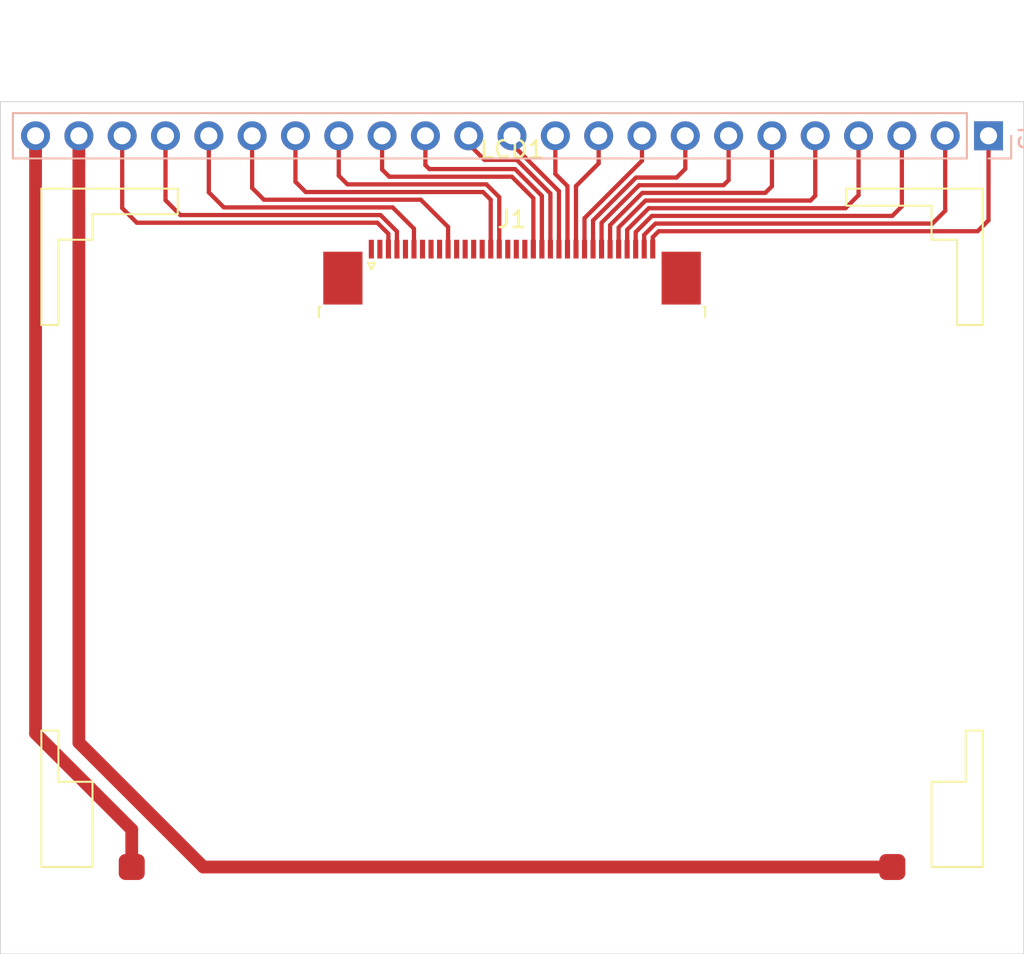
<source format=kicad_pcb>
(kicad_pcb (version 20171130) (host pcbnew "(5.1.6)-1")

  (general
    (thickness 1.6)
    (drawings 28)
    (tracks 104)
    (zones 0)
    (modules 3)
    (nets 37)
  )

  (page A4)
  (layers
    (0 F.Cu signal)
    (31 B.Cu signal hide)
    (32 B.Adhes user hide)
    (33 F.Adhes user hide)
    (34 B.Paste user hide)
    (35 F.Paste user hide)
    (36 B.SilkS user hide)
    (37 F.SilkS user hide)
    (38 B.Mask user hide)
    (39 F.Mask user hide)
    (40 Dwgs.User user)
    (41 Cmts.User user hide)
    (42 Eco1.User user hide)
    (43 Eco2.User user hide)
    (44 Edge.Cuts user)
    (45 Margin user hide)
    (46 B.CrtYd user hide)
    (47 F.CrtYd user hide)
    (48 B.Fab user hide)
    (49 F.Fab user hide)
  )

  (setup
    (last_trace_width 0.25)
    (user_trace_width 0.75)
    (trace_clearance 0.2)
    (zone_clearance 0.508)
    (zone_45_only no)
    (trace_min 0.2)
    (via_size 0.8)
    (via_drill 0.4)
    (via_min_size 0.4)
    (via_min_drill 0.3)
    (uvia_size 0.3)
    (uvia_drill 0.1)
    (uvias_allowed no)
    (uvia_min_size 0.2)
    (uvia_min_drill 0.1)
    (edge_width 0.05)
    (segment_width 0.2)
    (pcb_text_width 0.3)
    (pcb_text_size 1.5 1.5)
    (mod_edge_width 0.12)
    (mod_text_size 1 1)
    (mod_text_width 0.15)
    (pad_size 1.524 1.524)
    (pad_drill 0.762)
    (pad_to_mask_clearance 0.05)
    (aux_axis_origin 0 0)
    (grid_origin 174.66 73.475)
    (visible_elements 7FFFFFFF)
    (pcbplotparams
      (layerselection 0x010a0_7fffffff)
      (usegerberextensions false)
      (usegerberattributes true)
      (usegerberadvancedattributes true)
      (creategerberjobfile true)
      (excludeedgelayer true)
      (linewidth 0.100000)
      (plotframeref false)
      (viasonmask false)
      (mode 1)
      (useauxorigin false)
      (hpglpennumber 1)
      (hpglpenspeed 20)
      (hpglpendiameter 15.000000)
      (psnegative false)
      (psa4output false)
      (plotreference true)
      (plotvalue true)
      (plotinvisibletext false)
      (padsonsilk false)
      (subtractmaskfromsilk true)
      (outputformat 1)
      (mirror false)
      (drillshape 0)
      (scaleselection 1)
      (outputdirectory "../produkcja/gerber/"))
  )

  (net 0 "")
  (net 1 /CS_1)
  (net 2 /RST)
  (net 3 /A_0)
  (net 4 /WR)
  (net 5 /RD)
  (net 6 /D_0)
  (net 7 /D_1)
  (net 8 /D_2)
  (net 9 /D_3)
  (net 10 /D_4)
  (net 11 /D_5)
  (net 12 /D_6)
  (net 13 /D_7)
  (net 14 /VDD)
  (net 15 /VSS)
  (net 16 "Net-(J1-Pad19)")
  (net 17 "Net-(J1-Pad18)")
  (net 18 "Net-(J1-Pad17)")
  (net 19 /V_0)
  (net 20 /XV_0)
  (net 21 "Net-(J1-Pad14)")
  (net 22 "Net-(J1-Pad13)")
  (net 23 "Net-(J1-Pad12)")
  (net 24 "Net-(J1-Pad11)")
  (net 25 /VM)
  (net 26 "Net-(J1-Pad9)")
  (net 27 "Net-(J1-Pad8)")
  (net 28 "Net-(J1-Pad7)")
  (net 29 /VG)
  (net 30 "Net-(J1-Pad5)")
  (net 31 /C86)
  (net 32 /P_S)
  (net 33 "Net-(J1-Pad2)")
  (net 34 "Net-(J1-Pad1)")
  (net 35 /K)
  (net 36 /A)

  (net_class Default "This is the default net class."
    (clearance 0.2)
    (trace_width 0.25)
    (via_dia 0.8)
    (via_drill 0.4)
    (uvia_dia 0.3)
    (uvia_drill 0.1)
    (add_net /A)
    (add_net /A_0)
    (add_net /C86)
    (add_net /CS_1)
    (add_net /D_0)
    (add_net /D_1)
    (add_net /D_2)
    (add_net /D_3)
    (add_net /D_4)
    (add_net /D_5)
    (add_net /D_6)
    (add_net /D_7)
    (add_net /K)
    (add_net /P_S)
    (add_net /RD)
    (add_net /RST)
    (add_net /VDD)
    (add_net /VG)
    (add_net /VM)
    (add_net /VSS)
    (add_net /V_0)
    (add_net /WR)
    (add_net /XV_0)
    (add_net "Net-(J1-Pad1)")
    (add_net "Net-(J1-Pad11)")
    (add_net "Net-(J1-Pad12)")
    (add_net "Net-(J1-Pad13)")
    (add_net "Net-(J1-Pad14)")
    (add_net "Net-(J1-Pad17)")
    (add_net "Net-(J1-Pad18)")
    (add_net "Net-(J1-Pad19)")
    (add_net "Net-(J1-Pad2)")
    (add_net "Net-(J1-Pad5)")
    (add_net "Net-(J1-Pad7)")
    (add_net "Net-(J1-Pad8)")
    (add_net "Net-(J1-Pad9)")
  )

  (module Connector_PinHeader_2.54mm:PinHeader_1x23_P2.54mm_Vertical (layer B.Cu) (tedit 59FED5CC) (tstamp 5FBBD282)
    (at 174.66 73.475 90)
    (descr "Through hole straight pin header, 1x23, 2.54mm pitch, single row")
    (tags "Through hole pin header THT 1x23 2.54mm single row")
    (path /5FBB82D1)
    (fp_text reference J2 (at 0 2.33 -90) (layer B.SilkS)
      (effects (font (size 1 1) (thickness 0.15)) (justify mirror))
    )
    (fp_text value Conn_01x23 (at 0 -58.21 -90) (layer B.Fab)
      (effects (font (size 1 1) (thickness 0.15)) (justify mirror))
    )
    (fp_line (start -0.635 1.27) (end 1.27 1.27) (layer B.Fab) (width 0.1))
    (fp_line (start 1.27 1.27) (end 1.27 -57.15) (layer B.Fab) (width 0.1))
    (fp_line (start 1.27 -57.15) (end -1.27 -57.15) (layer B.Fab) (width 0.1))
    (fp_line (start -1.27 -57.15) (end -1.27 0.635) (layer B.Fab) (width 0.1))
    (fp_line (start -1.27 0.635) (end -0.635 1.27) (layer B.Fab) (width 0.1))
    (fp_line (start -1.33 -57.21) (end 1.33 -57.21) (layer B.SilkS) (width 0.12))
    (fp_line (start -1.33 -1.27) (end -1.33 -57.21) (layer B.SilkS) (width 0.12))
    (fp_line (start 1.33 -1.27) (end 1.33 -57.21) (layer B.SilkS) (width 0.12))
    (fp_line (start -1.33 -1.27) (end 1.33 -1.27) (layer B.SilkS) (width 0.12))
    (fp_line (start -1.33 0) (end -1.33 1.33) (layer B.SilkS) (width 0.12))
    (fp_line (start -1.33 1.33) (end 0 1.33) (layer B.SilkS) (width 0.12))
    (fp_line (start -1.8 1.8) (end -1.8 -57.65) (layer B.CrtYd) (width 0.05))
    (fp_line (start -1.8 -57.65) (end 1.8 -57.65) (layer B.CrtYd) (width 0.05))
    (fp_line (start 1.8 -57.65) (end 1.8 1.8) (layer B.CrtYd) (width 0.05))
    (fp_line (start 1.8 1.8) (end -1.8 1.8) (layer B.CrtYd) (width 0.05))
    (fp_text user %R (at 0 -27.94) (layer B.Fab)
      (effects (font (size 1 1) (thickness 0.15)) (justify mirror))
    )
    (pad 23 thru_hole oval (at 0 -55.88 90) (size 1.7 1.7) (drill 1) (layers *.Cu *.Mask)
      (net 35 /K))
    (pad 22 thru_hole oval (at 0 -53.34 90) (size 1.7 1.7) (drill 1) (layers *.Cu *.Mask)
      (net 36 /A))
    (pad 21 thru_hole oval (at 0 -50.8 90) (size 1.7 1.7) (drill 1) (layers *.Cu *.Mask)
      (net 32 /P_S))
    (pad 20 thru_hole oval (at 0 -48.26 90) (size 1.7 1.7) (drill 1) (layers *.Cu *.Mask)
      (net 31 /C86))
    (pad 19 thru_hole oval (at 0 -45.72 90) (size 1.7 1.7) (drill 1) (layers *.Cu *.Mask)
      (net 29 /VG))
    (pad 18 thru_hole oval (at 0 -43.18 90) (size 1.7 1.7) (drill 1) (layers *.Cu *.Mask)
      (net 25 /VM))
    (pad 17 thru_hole oval (at 0 -40.64 90) (size 1.7 1.7) (drill 1) (layers *.Cu *.Mask)
      (net 20 /XV_0))
    (pad 16 thru_hole oval (at 0 -38.1 90) (size 1.7 1.7) (drill 1) (layers *.Cu *.Mask)
      (net 19 /V_0))
    (pad 15 thru_hole oval (at 0 -35.56 90) (size 1.7 1.7) (drill 1) (layers *.Cu *.Mask)
      (net 15 /VSS))
    (pad 14 thru_hole oval (at 0 -33.02 90) (size 1.7 1.7) (drill 1) (layers *.Cu *.Mask)
      (net 14 /VDD))
    (pad 13 thru_hole oval (at 0 -30.48 90) (size 1.7 1.7) (drill 1) (layers *.Cu *.Mask)
      (net 13 /D_7))
    (pad 12 thru_hole oval (at 0 -27.94 90) (size 1.7 1.7) (drill 1) (layers *.Cu *.Mask)
      (net 12 /D_6))
    (pad 11 thru_hole oval (at 0 -25.4 90) (size 1.7 1.7) (drill 1) (layers *.Cu *.Mask)
      (net 11 /D_5))
    (pad 10 thru_hole oval (at 0 -22.86 90) (size 1.7 1.7) (drill 1) (layers *.Cu *.Mask)
      (net 10 /D_4))
    (pad 9 thru_hole oval (at 0 -20.32 90) (size 1.7 1.7) (drill 1) (layers *.Cu *.Mask)
      (net 9 /D_3))
    (pad 8 thru_hole oval (at 0 -17.78 90) (size 1.7 1.7) (drill 1) (layers *.Cu *.Mask)
      (net 8 /D_2))
    (pad 7 thru_hole oval (at 0 -15.24 90) (size 1.7 1.7) (drill 1) (layers *.Cu *.Mask)
      (net 7 /D_1))
    (pad 6 thru_hole oval (at 0 -12.7 90) (size 1.7 1.7) (drill 1) (layers *.Cu *.Mask)
      (net 6 /D_0))
    (pad 5 thru_hole oval (at 0 -10.16 90) (size 1.7 1.7) (drill 1) (layers *.Cu *.Mask)
      (net 5 /RD))
    (pad 4 thru_hole oval (at 0 -7.62 90) (size 1.7 1.7) (drill 1) (layers *.Cu *.Mask)
      (net 4 /WR))
    (pad 3 thru_hole oval (at 0 -5.08 90) (size 1.7 1.7) (drill 1) (layers *.Cu *.Mask)
      (net 3 /A_0))
    (pad 2 thru_hole oval (at 0 -2.54 90) (size 1.7 1.7) (drill 1) (layers *.Cu *.Mask)
      (net 2 /RST))
    (pad 1 thru_hole rect (at 0 0 90) (size 1.7 1.7) (drill 1) (layers *.Cu *.Mask)
      (net 1 /CS_1))
    (model ${KISYS3DMOD}/Connector_PinHeader_2.54mm.3dshapes/PinHeader_1x23_P2.54mm_Vertical.wrl
      (at (xyz 0 0 0))
      (scale (xyz 1 1 1))
      (rotate (xyz 0 0 0))
    )
  )

  (module eMKa_MODULES:LCD_PE12864WRF-055-H-Q (layer F.Cu) (tedit 5F28F8B9) (tstamp 5FBB74EC)
    (at 146.72 96.475)
    (path /5F5E2F3B)
    (fp_text reference LCD1 (at 0 -22.2) (layer F.SilkS)
      (effects (font (size 1 1) (thickness 0.15)))
    )
    (fp_text value lcd_module (at 0 -20.9) (layer F.Fab)
      (effects (font (size 1 1) (thickness 0.15)))
    )
    (fp_line (start 27.6 11.9) (end 27.6 19.9) (layer F.SilkS) (width 0.12))
    (fp_line (start 27.6 -19.9) (end 27.6 -11.9) (layer F.SilkS) (width 0.12))
    (fp_line (start 19.6 -19.9) (end 27.6 -19.9) (layer F.SilkS) (width 0.12))
    (fp_line (start -27.6 -19.9) (end -27.6 -11.9) (layer F.SilkS) (width 0.12))
    (fp_line (start -27.6 11.9) (end -27.6 19.9) (layer F.SilkS) (width 0.12))
    (fp_line (start -27.6 -19.9) (end -19.6 -19.9) (layer F.SilkS) (width 0.12))
    (fp_line (start 24.6 19.9) (end 27.6 19.9) (layer F.SilkS) (width 0.12))
    (fp_line (start 26.6 14.9) (end 24.6 14.9) (layer F.SilkS) (width 0.12))
    (fp_line (start 26.6 14.9) (end 26.6 11.9) (layer F.SilkS) (width 0.12))
    (fp_line (start 27.6 11.9) (end 26.6 11.9) (layer F.SilkS) (width 0.12))
    (fp_line (start 24.6 19.9) (end 24.6 14.9) (layer F.SilkS) (width 0.12))
    (fp_line (start -26.6 11.9) (end -27.6 11.9) (layer F.SilkS) (width 0.12))
    (fp_line (start -26.6 14.9) (end -26.6 11.9) (layer F.SilkS) (width 0.12))
    (fp_line (start -24.6 14.9) (end -26.6 14.9) (layer F.SilkS) (width 0.12))
    (fp_line (start -24.6 19.9) (end -24.6 14.9) (layer F.SilkS) (width 0.12))
    (fp_line (start -27.6 19.9) (end -24.6 19.9) (layer F.SilkS) (width 0.12))
    (fp_line (start 19.6 -18.9) (end 24.6 -18.9) (layer F.SilkS) (width 0.12))
    (fp_line (start 19.6 -19.9) (end 19.6 -18.9) (layer F.SilkS) (width 0.12))
    (fp_line (start 24.6 -18.9) (end 24.6 -16.9) (layer F.SilkS) (width 0.12))
    (fp_line (start 26.1 -16.9) (end 26.1 -11.9) (layer F.SilkS) (width 0.12))
    (fp_line (start 26.1 -11.9) (end 27.6 -11.9) (layer F.SilkS) (width 0.12))
    (fp_line (start 24.6 -16.9) (end 26.1 -16.9) (layer F.SilkS) (width 0.12))
    (fp_line (start -19.6 -18.4) (end -19.6 -19.9) (layer F.SilkS) (width 0.12))
    (fp_line (start -24.6 -18.4) (end -19.6 -18.4) (layer F.SilkS) (width 0.12))
    (fp_line (start -24.6 -16.9) (end -24.6 -18.4) (layer F.SilkS) (width 0.12))
    (fp_line (start -26.6 -16.9) (end -24.6 -16.9) (layer F.SilkS) (width 0.12))
    (fp_line (start -26.6 -11.9) (end -26.6 -16.9) (layer F.SilkS) (width 0.12))
    (fp_line (start -27.6 -11.9) (end -26.6 -11.9) (layer F.SilkS) (width 0.12))
    (fp_line (start -27.8 20.1) (end -27.8 -20.1) (layer F.CrtYd) (width 0.12))
    (fp_line (start 27.8 20.1) (end -27.8 20.1) (layer F.CrtYd) (width 0.12))
    (fp_line (start 27.8 -20.1) (end 27.8 20.1) (layer F.CrtYd) (width 0.12))
    (fp_line (start -27.8 -20.1) (end 27.8 -20.1) (layer F.CrtYd) (width 0.12))
    (fp_line (start 27.6 -19.9) (end -27.6 19.9) (layer Eco1.User) (width 0.12))
    (fp_line (start -27.6 -19.9) (end 27.6 19.9) (layer Eco1.User) (width 0.12))
    (fp_line (start -22.3 19.4) (end -22.3 20.4) (layer Eco2.User) (width 0.12))
    (fp_line (start 22.3 19.4) (end 22.3 20.4) (layer Eco2.User) (width 0.12))
    (pad 1 smd roundrect (at -22.3 19.9) (size 1.524 1.524) (layers F.Cu F.Paste F.Mask) (roundrect_rratio 0.25)
      (net 35 /K))
    (pad 2 smd roundrect (at 22.3 19.9) (size 1.524 1.524) (layers F.Cu F.Paste F.Mask) (roundrect_rratio 0.25)
      (net 36 /A))
    (pad "" np_thru_hole circle (at -26.6 17.5) (size 1 1) (drill 1) (layers *.Cu *.Mask))
    (pad "" np_thru_hole circle (at 26.6 17.5) (size 1 1) (drill 1) (layers *.Cu *.Mask))
    (pad "" np_thru_hole circle (at 26.6 -18.4) (size 1 1) (drill 1) (layers *.Cu *.Mask))
    (pad "" np_thru_hole circle (at -26.6 -18.4) (size 1 1) (drill 1) (layers *.Cu *.Mask))
    (model ${EMKA_LIB}/FootPrinty/3d_models/PE12864WRF_055_H_Q_fp/PE12864WRF_055_H_Q_fp.wrl
      (at (xyz 0 0 0))
      (scale (xyz 1 1 1))
      (rotate (xyz 0 0 0))
    )
  )

  (module Connector_FFC-FPC:TE_3-1734839-4_1x34-1MP_P0.5mm_Horizontal (layer F.Cu) (tedit 5DB5C65C) (tstamp 5FBB74BE)
    (at 146.72 81.475)
    (descr "TE FPC connector, 34 top-side contacts, 0.5mm pitch, SMT, https://www.te.com/commerce/DocumentDelivery/DDEController?Action=showdoc&DocId=Customer+Drawing%7F1734839%7FC%7Fpdf%7FEnglish%7FENG_CD_1734839_C_C_1734839.pdf%7F4-1734839-0")
    (tags "te fpc 1734839")
    (path /5ED493C7)
    (attr smd)
    (fp_text reference J1 (at 0 -3.1) (layer F.SilkS)
      (effects (font (size 1 1) (thickness 0.15)))
    )
    (fp_text value Conn_01x34 (at 0 3.25) (layer Dwgs.User)
      (effects (font (size 0.5 0.5) (thickness 0.08)))
    )
    (fp_line (start -10.56 -0.65) (end 10.56 -0.65) (layer F.Fab) (width 0.1))
    (fp_line (start 10.56 -0.65) (end 10.56 2.15) (layer F.Fab) (width 0.1))
    (fp_line (start 10.56 2.15) (end 11.215 2.15) (layer F.Fab) (width 0.1))
    (fp_line (start 11.215 2.15) (end 11.215 3.75) (layer F.Fab) (width 0.1))
    (fp_line (start 11.215 3.75) (end -11.215 3.75) (layer F.Fab) (width 0.1))
    (fp_line (start -11.215 3.75) (end -11.215 2.15) (layer F.Fab) (width 0.1))
    (fp_line (start -11.215 2.15) (end -10.56 2.15) (layer F.Fab) (width 0.1))
    (fp_line (start -10.56 2.15) (end -10.56 -0.65) (layer F.Fab) (width 0.1))
    (fp_line (start -8.65 -0.65) (end -8.25 0.15) (layer F.Fab) (width 0.1))
    (fp_line (start -8.25 0.15) (end -7.85 -0.65) (layer F.Fab) (width 0.1))
    (fp_line (start -11.215 2.04) (end -11.325 2.04) (layer F.SilkS) (width 0.12))
    (fp_line (start -11.325 2.04) (end -11.325 2.64) (layer F.SilkS) (width 0.12))
    (fp_line (start 11.215 2.04) (end 11.325 2.04) (layer F.SilkS) (width 0.12))
    (fp_line (start 11.325 2.04) (end 11.325 2.64) (layer F.SilkS) (width 0.12))
    (fp_line (start -8.45 -0.55) (end -8.25 -0.15) (layer F.SilkS) (width 0.12))
    (fp_line (start -8.25 -0.15) (end -8.05 -0.55) (layer F.SilkS) (width 0.12))
    (fp_line (start -8.05 -0.55) (end -8.45 -0.55) (layer F.SilkS) (width 0.12))
    (fp_line (start 11.105 2.75) (end -11.105 2.75) (layer Dwgs.User) (width 0.1))
    (fp_line (start -11.72 -2.4) (end -11.72 4.25) (layer F.CrtYd) (width 0.05))
    (fp_line (start -11.72 4.25) (end 11.72 4.25) (layer F.CrtYd) (width 0.05))
    (fp_line (start 11.72 4.25) (end 11.72 -2.4) (layer F.CrtYd) (width 0.05))
    (fp_line (start 11.72 -2.4) (end -11.72 -2.4) (layer F.CrtYd) (width 0.05))
    (fp_text user %R (at 0 1.55) (layer F.Fab)
      (effects (font (size 1 1) (thickness 0.15)))
    )
    (pad MP smd rect (at 9.92 0.35) (size 2.3 3.1) (layers F.Cu F.Paste F.Mask))
    (pad MP smd rect (at -9.92 0.35) (size 2.3 3.1) (layers F.Cu F.Paste F.Mask))
    (pad 34 smd rect (at 8.25 -1.35) (size 0.3 1.1) (layers F.Cu F.Paste F.Mask)
      (net 1 /CS_1))
    (pad 33 smd rect (at 7.75 -1.35) (size 0.3 1.1) (layers F.Cu F.Paste F.Mask)
      (net 2 /RST))
    (pad 32 smd rect (at 7.25 -1.35) (size 0.3 1.1) (layers F.Cu F.Paste F.Mask)
      (net 3 /A_0))
    (pad 31 smd rect (at 6.75 -1.35) (size 0.3 1.1) (layers F.Cu F.Paste F.Mask)
      (net 4 /WR))
    (pad 30 smd rect (at 6.25 -1.35) (size 0.3 1.1) (layers F.Cu F.Paste F.Mask)
      (net 5 /RD))
    (pad 29 smd rect (at 5.75 -1.35) (size 0.3 1.1) (layers F.Cu F.Paste F.Mask)
      (net 6 /D_0))
    (pad 28 smd rect (at 5.25 -1.35) (size 0.3 1.1) (layers F.Cu F.Paste F.Mask)
      (net 7 /D_1))
    (pad 27 smd rect (at 4.75 -1.35) (size 0.3 1.1) (layers F.Cu F.Paste F.Mask)
      (net 8 /D_2))
    (pad 26 smd rect (at 4.25 -1.35) (size 0.3 1.1) (layers F.Cu F.Paste F.Mask)
      (net 9 /D_3))
    (pad 25 smd rect (at 3.75 -1.35) (size 0.3 1.1) (layers F.Cu F.Paste F.Mask)
      (net 10 /D_4))
    (pad 24 smd rect (at 3.25 -1.35) (size 0.3 1.1) (layers F.Cu F.Paste F.Mask)
      (net 11 /D_5))
    (pad 23 smd rect (at 2.75 -1.35) (size 0.3 1.1) (layers F.Cu F.Paste F.Mask)
      (net 12 /D_6))
    (pad 22 smd rect (at 2.25 -1.35) (size 0.3 1.1) (layers F.Cu F.Paste F.Mask)
      (net 13 /D_7))
    (pad 21 smd rect (at 1.75 -1.35) (size 0.3 1.1) (layers F.Cu F.Paste F.Mask)
      (net 14 /VDD))
    (pad 20 smd rect (at 1.25 -1.35) (size 0.3 1.1) (layers F.Cu F.Paste F.Mask)
      (net 15 /VSS))
    (pad 19 smd rect (at 0.75 -1.35) (size 0.3 1.1) (layers F.Cu F.Paste F.Mask)
      (net 16 "Net-(J1-Pad19)"))
    (pad 18 smd rect (at 0.25 -1.35) (size 0.3 1.1) (layers F.Cu F.Paste F.Mask)
      (net 17 "Net-(J1-Pad18)"))
    (pad 17 smd rect (at -0.25 -1.35) (size 0.3 1.1) (layers F.Cu F.Paste F.Mask)
      (net 18 "Net-(J1-Pad17)"))
    (pad 16 smd rect (at -0.75 -1.35) (size 0.3 1.1) (layers F.Cu F.Paste F.Mask)
      (net 19 /V_0))
    (pad 15 smd rect (at -1.25 -1.35) (size 0.3 1.1) (layers F.Cu F.Paste F.Mask)
      (net 20 /XV_0))
    (pad 14 smd rect (at -1.75 -1.35) (size 0.3 1.1) (layers F.Cu F.Paste F.Mask)
      (net 21 "Net-(J1-Pad14)"))
    (pad 13 smd rect (at -2.25 -1.35) (size 0.3 1.1) (layers F.Cu F.Paste F.Mask)
      (net 22 "Net-(J1-Pad13)"))
    (pad 12 smd rect (at -2.75 -1.35) (size 0.3 1.1) (layers F.Cu F.Paste F.Mask)
      (net 23 "Net-(J1-Pad12)"))
    (pad 11 smd rect (at -3.25 -1.35) (size 0.3 1.1) (layers F.Cu F.Paste F.Mask)
      (net 24 "Net-(J1-Pad11)"))
    (pad 10 smd rect (at -3.75 -1.35) (size 0.3 1.1) (layers F.Cu F.Paste F.Mask)
      (net 25 /VM))
    (pad 9 smd rect (at -4.25 -1.35) (size 0.3 1.1) (layers F.Cu F.Paste F.Mask)
      (net 26 "Net-(J1-Pad9)"))
    (pad 8 smd rect (at -4.75 -1.35) (size 0.3 1.1) (layers F.Cu F.Paste F.Mask)
      (net 27 "Net-(J1-Pad8)"))
    (pad 7 smd rect (at -5.25 -1.35) (size 0.3 1.1) (layers F.Cu F.Paste F.Mask)
      (net 28 "Net-(J1-Pad7)"))
    (pad 6 smd rect (at -5.75 -1.35) (size 0.3 1.1) (layers F.Cu F.Paste F.Mask)
      (net 29 /VG))
    (pad 5 smd rect (at -6.25 -1.35) (size 0.3 1.1) (layers F.Cu F.Paste F.Mask)
      (net 30 "Net-(J1-Pad5)"))
    (pad 4 smd rect (at -6.75 -1.35) (size 0.3 1.1) (layers F.Cu F.Paste F.Mask)
      (net 31 /C86))
    (pad 3 smd rect (at -7.25 -1.35) (size 0.3 1.1) (layers F.Cu F.Paste F.Mask)
      (net 32 /P_S))
    (pad 2 smd rect (at -7.75 -1.35) (size 0.3 1.1) (layers F.Cu F.Paste F.Mask)
      (net 33 "Net-(J1-Pad2)"))
    (pad 1 smd rect (at -8.25 -1.35) (size 0.3 1.1) (layers F.Cu F.Paste F.Mask)
      (net 34 "Net-(J1-Pad1)"))
    (model ${KISYS3DMOD}/Connector_FFC-FPC.3dshapes/TE_3-1734839-4_1x34-1MP_P0.5mm_Horizontal.wrl
      (at (xyz 0 0 0))
      (scale (xyz 1 1 1))
      (rotate (xyz 0 0 0))
    )
  )

  (gr_text CS_1 (at 174.66 68.395 90) (layer Dwgs.User) (tstamp 60142711)
    (effects (font (size 1 1) (thickness 0.15)))
  )
  (gr_text RST (at 172.12 68.395 90) (layer Dwgs.User) (tstamp 60142711)
    (effects (font (size 1 1) (thickness 0.15)))
  )
  (gr_text A_0 (at 169.58 68.395 90) (layer Dwgs.User) (tstamp 60142711)
    (effects (font (size 1 1) (thickness 0.15)))
  )
  (gr_text WR (at 167.04 68.395 90) (layer Dwgs.User) (tstamp 60142711)
    (effects (font (size 1 1) (thickness 0.15)))
  )
  (gr_text RD (at 164.5 68.395 90) (layer Dwgs.User) (tstamp 60142711)
    (effects (font (size 1 1) (thickness 0.15)))
  )
  (gr_text D_0 (at 161.96 68.395 90) (layer Dwgs.User) (tstamp 60142711)
    (effects (font (size 1 1) (thickness 0.15)))
  )
  (gr_text D_1 (at 159.42 68.395 90) (layer Dwgs.User) (tstamp 60142711)
    (effects (font (size 1 1) (thickness 0.15)))
  )
  (gr_text D_2 (at 156.88 68.395 90) (layer Dwgs.User) (tstamp 60142711)
    (effects (font (size 1 1) (thickness 0.15)))
  )
  (gr_text D_3 (at 154.34 68.395 90) (layer Dwgs.User) (tstamp 60142711)
    (effects (font (size 1 1) (thickness 0.15)))
  )
  (gr_text D_4 (at 151.8 68.395 90) (layer Dwgs.User) (tstamp 60142711)
    (effects (font (size 1 1) (thickness 0.15)))
  )
  (gr_text D_5 (at 149.26 68.395 90) (layer Dwgs.User) (tstamp 60142711)
    (effects (font (size 1 1) (thickness 0.15)))
  )
  (gr_text D_6 (at 146.72 68.395 90) (layer Dwgs.User) (tstamp 60142711)
    (effects (font (size 1 1) (thickness 0.15)))
  )
  (gr_text D_7 (at 144.18 68.395 90) (layer Dwgs.User) (tstamp 60142711)
    (effects (font (size 1 1) (thickness 0.15)))
  )
  (gr_text VDD (at 141.64 68.395 90) (layer Dwgs.User) (tstamp 60142711)
    (effects (font (size 1 1) (thickness 0.15)))
  )
  (gr_text VSS (at 139.1 68.395 90) (layer Dwgs.User) (tstamp 60142711)
    (effects (font (size 1 1) (thickness 0.15)))
  )
  (gr_text V_0 (at 136.56 68.395 90) (layer Dwgs.User) (tstamp 60142711)
    (effects (font (size 1 1) (thickness 0.15)))
  )
  (gr_text XV_0 (at 134.02 68.395 90) (layer Dwgs.User) (tstamp 60142711)
    (effects (font (size 1 1) (thickness 0.15)))
  )
  (gr_text VM (at 131.48 68.395 90) (layer Dwgs.User) (tstamp 60142711)
    (effects (font (size 1 1) (thickness 0.15)))
  )
  (gr_text VG (at 128.94 68.395 90) (layer Dwgs.User) (tstamp 60142711)
    (effects (font (size 1 1) (thickness 0.15)))
  )
  (gr_text C86 (at 126.4 68.395 90) (layer Dwgs.User) (tstamp 60142711)
    (effects (font (size 1 1) (thickness 0.15)))
  )
  (gr_text P_S (at 123.86 68.395 90) (layer Dwgs.User) (tstamp 60142711)
    (effects (font (size 1 1) (thickness 0.15)))
  )
  (gr_text ANODA (at 121.32 68.395 90) (layer Dwgs.User) (tstamp 60142711)
    (effects (font (size 1 1) (thickness 0.15)))
  )
  (gr_text KATODA (at 118.78 68.395 90) (layer Dwgs.User)
    (effects (font (size 1 1) (thickness 0.15)))
  )
  (gr_line (start 176.72 121.475) (end 176.72 96.475) (layer Edge.Cuts) (width 0.05) (tstamp 5FBBD985))
  (gr_line (start 116.72 121.475) (end 176.72 121.475) (layer Edge.Cuts) (width 0.05))
  (gr_line (start 116.72 71.475) (end 116.72 121.475) (layer Edge.Cuts) (width 0.05))
  (gr_line (start 176.72 71.475) (end 116.72 71.475) (layer Edge.Cuts) (width 0.05))
  (gr_line (start 176.72 96.475) (end 176.72 71.475) (layer Edge.Cuts) (width 0.05))

  (segment (start 154.97 80.125) (end 154.97 79.425) (width 0.25) (layer F.Cu) (net 1))
  (segment (start 154.97 79.425) (end 155.32 79.075) (width 0.25) (layer F.Cu) (net 1))
  (segment (start 155.32 79.075) (end 174.02 79.075) (width 0.25) (layer F.Cu) (net 1))
  (segment (start 174.66 78.435) (end 174.66 73.475) (width 0.25) (layer F.Cu) (net 1))
  (segment (start 174.02 79.075) (end 174.66 78.435) (width 0.25) (layer F.Cu) (net 1))
  (segment (start 154.47 80.125) (end 154.47 79.28859) (width 0.25) (layer F.Cu) (net 2))
  (segment (start 154.47 79.28859) (end 155.1336 78.62499) (width 0.25) (layer F.Cu) (net 2))
  (segment (start 155.1336 78.62499) (end 171.37001 78.62499) (width 0.25) (layer F.Cu) (net 2))
  (segment (start 172.12 77.875) (end 172.12 73.475) (width 0.25) (layer F.Cu) (net 2))
  (segment (start 171.37001 78.62499) (end 172.12 77.875) (width 0.25) (layer F.Cu) (net 2))
  (segment (start 153.97 80.125) (end 153.97 79.125) (width 0.25) (layer F.Cu) (net 3))
  (segment (start 153.97 79.125) (end 154.92002 78.17498) (width 0.25) (layer F.Cu) (net 3))
  (segment (start 154.92002 78.17498) (end 169.02002 78.17498) (width 0.25) (layer F.Cu) (net 3))
  (segment (start 169.58 77.615) (end 169.58 73.475) (width 0.25) (layer F.Cu) (net 3))
  (segment (start 169.02002 78.17498) (end 169.58 77.615) (width 0.25) (layer F.Cu) (net 3))
  (segment (start 153.47 80.125) (end 153.47 78.98859) (width 0.25) (layer F.Cu) (net 4))
  (segment (start 153.47 78.98859) (end 154.73362 77.72497) (width 0.25) (layer F.Cu) (net 4))
  (segment (start 154.73362 77.72497) (end 166.27003 77.72497) (width 0.25) (layer F.Cu) (net 4))
  (segment (start 167.04 76.955) (end 167.04 73.475) (width 0.25) (layer F.Cu) (net 4))
  (segment (start 166.27003 77.72497) (end 167.04 76.955) (width 0.25) (layer F.Cu) (net 4))
  (segment (start 152.97 80.125) (end 152.97 78.85218) (width 0.25) (layer F.Cu) (net 5))
  (segment (start 152.97 78.85218) (end 154.547219 77.274961) (width 0.25) (layer F.Cu) (net 5))
  (segment (start 154.547219 77.274961) (end 164.220039 77.274961) (width 0.25) (layer F.Cu) (net 5))
  (segment (start 164.5 76.995) (end 164.5 73.475) (width 0.25) (layer F.Cu) (net 5))
  (segment (start 164.220039 77.274961) (end 164.5 76.995) (width 0.25) (layer F.Cu) (net 5))
  (segment (start 152.47 80.125) (end 152.47 78.71577) (width 0.25) (layer F.Cu) (net 6))
  (segment (start 152.47 78.71577) (end 154.360819 76.824951) (width 0.25) (layer F.Cu) (net 6))
  (segment (start 154.360819 76.824951) (end 161.570049 76.824951) (width 0.25) (layer F.Cu) (net 6))
  (segment (start 161.96 76.435) (end 161.96 73.475) (width 0.25) (layer F.Cu) (net 6))
  (segment (start 161.570049 76.824951) (end 161.96 76.435) (width 0.25) (layer F.Cu) (net 6))
  (segment (start 151.97 80.125) (end 151.97 78.57936) (width 0.25) (layer F.Cu) (net 7))
  (segment (start 151.97 78.57936) (end 154.174419 76.374941) (width 0.25) (layer F.Cu) (net 7))
  (segment (start 154.174419 76.374941) (end 159.120059 76.374941) (width 0.25) (layer F.Cu) (net 7))
  (segment (start 159.42 76.075) (end 159.42 73.475) (width 0.25) (layer F.Cu) (net 7))
  (segment (start 159.120059 76.374941) (end 159.42 76.075) (width 0.25) (layer F.Cu) (net 7))
  (segment (start 156.88 75.415) (end 156.88 73.475) (width 0.25) (layer F.Cu) (net 8))
  (segment (start 151.47 80.125) (end 151.47 78.44295) (width 0.25) (layer F.Cu) (net 8))
  (segment (start 156.370069 75.924931) (end 156.88 75.415) (width 0.25) (layer F.Cu) (net 8))
  (segment (start 153.988019 75.924931) (end 156.370069 75.924931) (width 0.25) (layer F.Cu) (net 8))
  (segment (start 151.47 78.44295) (end 153.988019 75.924931) (width 0.25) (layer F.Cu) (net 8))
  (segment (start 150.97 80.125) (end 150.97 78.30654) (width 0.25) (layer F.Cu) (net 9))
  (segment (start 154.34 74.93654) (end 154.34 73.475) (width 0.25) (layer F.Cu) (net 9))
  (segment (start 150.97 78.30654) (end 154.34 74.93654) (width 0.25) (layer F.Cu) (net 9))
  (segment (start 150.47 80.125) (end 150.47 76.425) (width 0.25) (layer F.Cu) (net 10))
  (segment (start 151.8 75.095) (end 151.8 73.475) (width 0.25) (layer F.Cu) (net 10))
  (segment (start 150.47 76.425) (end 151.8 75.095) (width 0.25) (layer F.Cu) (net 10))
  (segment (start 149.97 80.125) (end 149.97 76.425) (width 0.25) (layer F.Cu) (net 11))
  (segment (start 149.26 75.715) (end 149.26 73.475) (width 0.25) (layer F.Cu) (net 11))
  (segment (start 149.97 76.425) (end 149.26 75.715) (width 0.25) (layer F.Cu) (net 11))
  (segment (start 149.47 80.125) (end 149.47 76.725) (width 0.25) (layer F.Cu) (net 12))
  (segment (start 146.72 73.975) (end 146.72 73.475) (width 0.25) (layer F.Cu) (net 12))
  (segment (start 149.47 76.725) (end 146.72 73.975) (width 0.25) (layer F.Cu) (net 12))
  (segment (start 144.18 73.96218) (end 144.18 73.475) (width 0.25) (layer F.Cu) (net 13))
  (segment (start 148.97 80.125) (end 148.97 76.86141) (width 0.25) (layer F.Cu) (net 13))
  (segment (start 146.99718 74.88859) (end 145.10641 74.88859) (width 0.25) (layer F.Cu) (net 13))
  (segment (start 148.97 76.86141) (end 146.99718 74.88859) (width 0.25) (layer F.Cu) (net 13))
  (segment (start 145.10641 74.88859) (end 144.18 73.96218) (width 0.25) (layer F.Cu) (net 13))
  (segment (start 141.86993 75.42493) (end 141.64 75.195) (width 0.25) (layer F.Cu) (net 14))
  (segment (start 146.89711 75.42493) (end 141.86993 75.42493) (width 0.25) (layer F.Cu) (net 14))
  (segment (start 141.64 75.195) (end 141.64 73.475) (width 0.25) (layer F.Cu) (net 14))
  (segment (start 148.47 80.125) (end 148.47 76.99782) (width 0.25) (layer F.Cu) (net 14))
  (segment (start 148.47 76.99782) (end 146.89711 75.42493) (width 0.25) (layer F.Cu) (net 14))
  (segment (start 139.51994 75.87494) (end 139.1 75.455) (width 0.25) (layer F.Cu) (net 15))
  (segment (start 146.71071 75.87494) (end 139.51994 75.87494) (width 0.25) (layer F.Cu) (net 15))
  (segment (start 147.97 80.125) (end 147.97 77.13423) (width 0.25) (layer F.Cu) (net 15))
  (segment (start 139.1 75.455) (end 139.1 73.475) (width 0.25) (layer F.Cu) (net 15))
  (segment (start 147.97 77.13423) (end 146.71071 75.87494) (width 0.25) (layer F.Cu) (net 15))
  (segment (start 136.56 75.815) (end 136.56 73.475) (width 0.25) (layer F.Cu) (net 19))
  (segment (start 137.06995 76.32495) (end 136.56 75.815) (width 0.25) (layer F.Cu) (net 19))
  (segment (start 145.22 76.32495) (end 137.06995 76.32495) (width 0.25) (layer F.Cu) (net 19))
  (segment (start 145.97 77.07495) (end 145.22 76.32495) (width 0.25) (layer F.Cu) (net 19))
  (segment (start 145.97 80.125) (end 145.97 77.07495) (width 0.25) (layer F.Cu) (net 19))
  (segment (start 134.02 76.175) (end 134.02 73.475) (width 0.25) (layer F.Cu) (net 20))
  (segment (start 134.61996 76.77496) (end 134.02 76.175) (width 0.25) (layer F.Cu) (net 20))
  (segment (start 145.01996 76.77496) (end 134.61996 76.77496) (width 0.25) (layer F.Cu) (net 20))
  (segment (start 145.47 80.125) (end 145.47 77.225) (width 0.25) (layer F.Cu) (net 20))
  (segment (start 145.47 77.225) (end 145.01996 76.77496) (width 0.25) (layer F.Cu) (net 20))
  (segment (start 142.97 80.125) (end 142.97 78.825) (width 0.25) (layer F.Cu) (net 25))
  (segment (start 142.97 78.825) (end 141.36997 77.22497) (width 0.25) (layer F.Cu) (net 25))
  (segment (start 141.36997 77.22497) (end 132.16997 77.22497) (width 0.25) (layer F.Cu) (net 25))
  (segment (start 131.48 76.535) (end 131.48 73.475) (width 0.25) (layer F.Cu) (net 25))
  (segment (start 132.16997 77.22497) (end 131.48 76.535) (width 0.25) (layer F.Cu) (net 25))
  (segment (start 140.97 80.125) (end 140.97 78.925) (width 0.25) (layer F.Cu) (net 29))
  (segment (start 140.97 78.925) (end 139.71998 77.67498) (width 0.25) (layer F.Cu) (net 29))
  (segment (start 139.71998 77.67498) (end 129.81998 77.67498) (width 0.25) (layer F.Cu) (net 29))
  (segment (start 128.94 76.795) (end 128.94 73.475) (width 0.25) (layer F.Cu) (net 29))
  (segment (start 129.81998 77.67498) (end 128.94 76.795) (width 0.25) (layer F.Cu) (net 29))
  (segment (start 139.97 80.125) (end 139.97 79.08859) (width 0.25) (layer F.Cu) (net 31))
  (segment (start 139.97 79.08859) (end 139.0064 78.12499) (width 0.25) (layer F.Cu) (net 31))
  (segment (start 139.0064 78.12499) (end 127.26999 78.12499) (width 0.25) (layer F.Cu) (net 31))
  (segment (start 126.4 77.255) (end 126.4 73.475) (width 0.25) (layer F.Cu) (net 31))
  (segment (start 127.26999 78.12499) (end 126.4 77.255) (width 0.25) (layer F.Cu) (net 31))
  (segment (start 123.86 76.415) (end 123.86 73.475) (width 0.25) (layer F.Cu) (net 32))
  (segment (start 139.47 79.225) (end 138.82 78.575) (width 0.25) (layer F.Cu) (net 32))
  (segment (start 139.47 80.125) (end 139.47 79.225) (width 0.25) (layer F.Cu) (net 32))
  (segment (start 138.82 78.575) (end 124.72 78.575) (width 0.25) (layer F.Cu) (net 32))
  (segment (start 124.72 78.575) (end 123.86 77.715) (width 0.25) (layer F.Cu) (net 32))
  (segment (start 123.86 77.715) (end 123.86 76.415) (width 0.25) (layer F.Cu) (net 32))
  (segment (start 118.78 73.475) (end 118.78 108.535) (width 0.75) (layer F.Cu) (net 35))
  (segment (start 124.42 114.175) (end 124.42 116.375) (width 0.75) (layer F.Cu) (net 35))
  (segment (start 118.78 108.535) (end 124.42 114.175) (width 0.75) (layer F.Cu) (net 35))
  (segment (start 121.32 73.475) (end 121.32 109.075) (width 0.75) (layer F.Cu) (net 36))
  (segment (start 128.62 116.375) (end 169.02 116.375) (width 0.75) (layer F.Cu) (net 36))
  (segment (start 121.32 109.075) (end 128.62 116.375) (width 0.75) (layer F.Cu) (net 36))

)

</source>
